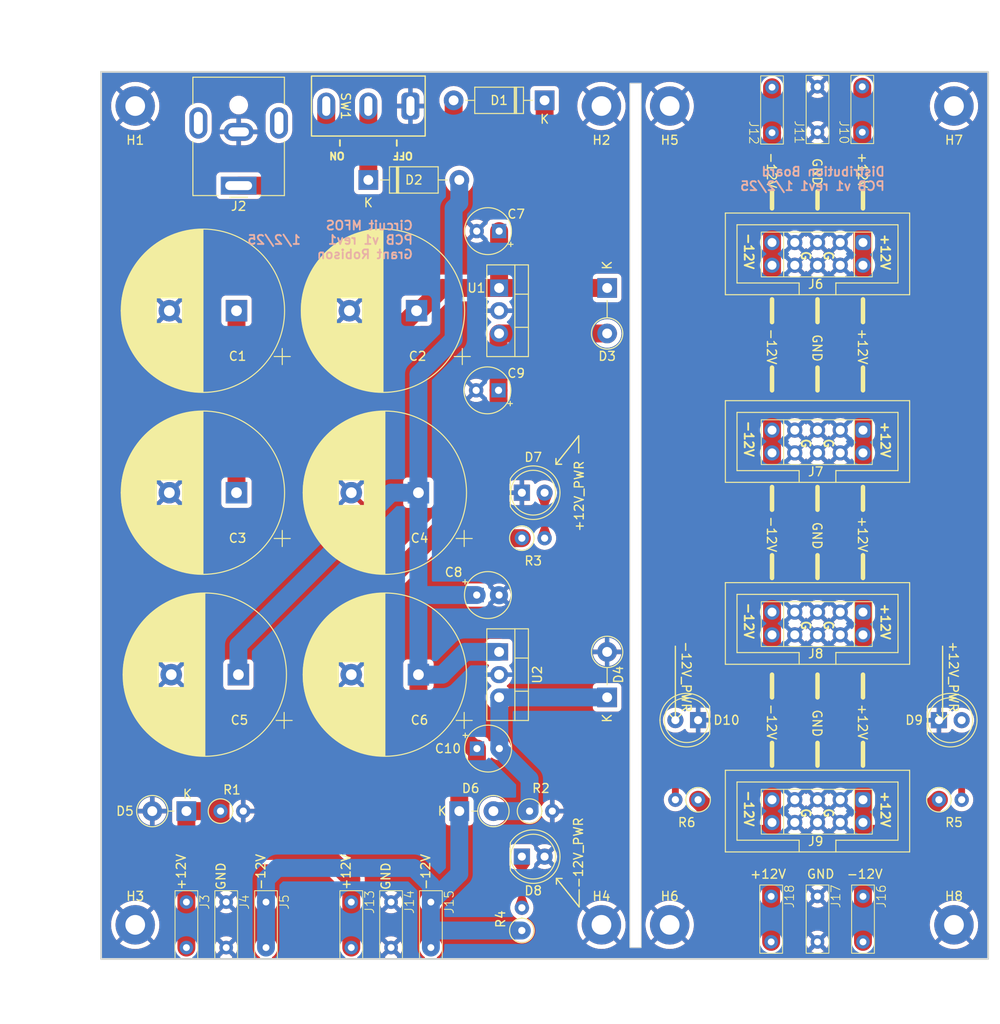
<source format=kicad_pcb>
(kicad_pcb (version 20221018) (generator pcbnew)
  (layers (0 "F.Cu" signal) (31 "B.Cu" signal) (34 "B.Paste" user) (35 "F.Paste" user) (36 "B.SilkS" user "B.Silkscreen") (37 "F.SilkS" user "F.Silkscreen") (38 "B.Mask" user) (39 "F.Mask" user) (44 "Edge.Cuts" user))
  (net 0 "")
  (net 1 "+12V_Unconditioned")
  (net 2 "-12V_Unconditioned")
  (net 3 "Net-(D4-K)")
  (net 4 "Net-(D1-A)")
  (net 5 "GND")
  (net 6 "+12VA")
  (net 7 "Net-(D7-A)")
  (net 8 "Net-(D8-K)")
  (net 9 "+12_Out")
  (net 10 "+12_In")
  (net 11 "-12_In")
  (net 12 "Net-(D9-A)")
  (net 13 "Net-(D10-A)")
  (footprint "Connector_BarrelJack:BarrelJack_CUI_PJ-063AH_Horizontal" (layer "F.Cu") (at 111.245 61.595 180)
    (fp_text reference "J2" (at 0 -2.3) (layer "F.SilkS"))
    (fp_text value "Screw_Terminal_01x02")
    (pad "" np_thru_hole circle (at 0 9 180) (size 1.6 1.6) (drill 1.6) (layers "*.Cu" "*.Mask"))
    (pad "1" thru_hole rect (at 0 0 180) (size 4 2) (drill oval 3 1) (layers "*.Cu" "*.Mask") (net 6 "+12VA"))
    (pad "2" thru_hole oval (at 0 6 180) (size 3.3 2) (drill oval 2.3 1) (layers "*.Cu" "*.Mask") (net 5 "GND"))
    (pad "MP" thru_hole oval (at -4.5 7 180) (size 2 3.5) (drill oval 1 2.5) (layers "*.Cu" "*.Mask"))
    (pad "MP" thru_hole oval (at 4.5 7 180) (size 2 3.5) (drill oval 1 2.5) (layers "*.Cu" "*.Mask"))
  )
  (footprint "My_Library:Spade Connector_Horizontal" (layer "F.Cu") (at 173.26 140.97 90)
    (fp_text reference "J18" (at 0 -0.5 90 unlocked) (layer "F.SilkS") (effects (font (thickness 0.1))))
    (fp_text value "Spade Terminal")
    (pad "1" thru_hole circle (at -5.08 -2.54 90) (size 1.524 1.524) (drill 0.762) (layers "*.Cu" "*.Mask") (net 11 "-12_In"))
    (pad "1" thru_hole circle (at 0 -2.54 90) (size 1.524 1.524) (drill 0.762) (layers "*.Cu" "*.Mask") (net 11 "-12_In"))
  )
  (footprint "Diode_THT:D_DO-41_SOD81_P5.08mm_Vertical_KathodeUp" (layer "F.Cu") (at 152.4 118.745 90)
    (fp_text reference "D4" (at 2.54 1.27 90) (layer "F.SilkS"))
    (fp_text value "1N4004")
    (fp_text user "K" (at -2.322182 0 90) (layer "F.SilkS"))
    (pad "1" thru_hole rect (at 0 0 90) (size 2.2 2.2) (drill 1.1) (layers "*.Cu" "*.Mask") (net 3 "Net-(D4-K)"))
    (pad "2" thru_hole oval (at 5.08 0 90) (size 2.2 2.2) (drill 1.1) (layers "*.Cu" "*.Mask") (net 5 "GND"))
  )
  (footprint "MountingHole:MountingHole_2.2mm_M2_Pad" (layer "F.Cu") (at 151.765 52.705)
    (fp_text reference "H2" (at 0 3.81) (layer "F.SilkS"))
    (fp_text value "MountingHole")
    (pad "1" thru_hole circle (at 0 0) (size 4.4 4.4) (drill 2.2) (layers "*.Cu" "*.Mask") (net 5 "GND"))
  )
  (footprint "My_Library:Eurorack Power (IDC p=2.54)_Text" (layer "F.Cu") (at 180.975 89.74 -90)
    (fp_text reference "J7" (at 3.81 5.28) (layer "F.SilkS"))
    (fp_text value "Conn_02x05_Odd_Even")
    (fp_text user "G" (at 0 4.445 -90 unlocked) (layer "F.SilkS") (effects (font (thickness 0.2) bold) (justify left bottom)))
    (fp_text user "+12V" (at -1.905 -1.905 -90 unlocked) (layer "F.SilkS") (effects (font (thickness 0.2) bold) (justify left bottom)))
    (fp_text user "-12V" (at -2 13.335 -90 unlocked) (layer "F.SilkS") (effects (font (thickness 0.2) bold) (justify left bottom)))
    (fp_text user "G" (at 0 6.985 -90 unlocked) (layer "F.SilkS") (effects (font (thickness 0.2) bold) (justify left bottom)))
    (pad "1" thru_hole roundrect (at -0.84 0 90) (size 1.7 1.7) (drill 1) (layers "*.Cu" "*.Mask") (net 10 "+12_In"))
    (pad "2" thru_hole circle (at 1.7 0 90) (size 1.7 1.7) (drill 1) (layers "*.Cu" "*.Mask") (net 10 "+12_In"))
    (pad "3" thru_hole circle (at -0.84 2.54 90) (size 1.7 1.7) (drill 1) (layers "*.Cu" "*.Mask") (net 5 "GND"))
    (pad "4" thru_hole circle (at 1.7 2.54 90) (size 1.7 1.7) (drill 1) (layers "*.Cu" "*.Mask") (net 5 "GND"))
    (pad "5" thru_hole circle (at -0.84 5.08 90) (size 1.7 1.7) (drill 1) (layers "*.Cu" "*.Mask") (net 5 "GND"))
    (pad "6" thru_hole circle (at 1.7 5.08 90) (size 1.7 1.7) (drill 1) (layers "*.Cu" "*.Mask") (net 5 "GND"))
    (pad "7" thru_hole circle (at -0.84 7.62 90) (size 1.7 1.7) (drill 1) (layers "*.Cu" "*.Mask") (net 5 "GND"))
    (pad "8" thru_hole circle (at 1.7 7.62 90) (size 1.7 1.7) (drill 1) (layers "*.Cu" "*.Mask") (net 5 "GND"))
    (pad "9" thru_hole circle (at -0.84 10.16 90) (size 1.7 1.7) (drill 1) (layers "*.Cu" "*.Mask") (net 11 "-12_In"))
    (pad "10" thru_hole circle (at 1.7 10.16 90) (size 1.7 1.7) (drill 1) (layers "*.Cu" "*.Mask") (net 11 "-12_In"))
  )
  (footprint "Resistor_THT:R_Axial_DIN0207_L6.3mm_D2.5mm_P2.54mm_Vertical" (layer "F.Cu") (at 189.455 130.175)
    (fp_text reference "R5" (at 1.68 2.54 180) (layer "F.SilkS"))
    (fp_text value "R680")
    (pad "1" thru_hole circle (at 0 0) (size 1.6 1.6) (drill 0.8) (layers "*.Cu" "*.Mask") (net 10 "+12_In"))
    (pad "2" thru_hole oval (at 2.54 0) (size 1.6 1.6) (drill 0.8) (layers "*.Cu" "*.Mask") (net 12 "Net-(D9-A)"))
  )
  (footprint "LED_THT:LED_D5.0mm" (layer "F.Cu") (at 162.56 121.285 180)
    (fp_text reference "D10" (at -3.175 0) (layer "F.SilkS"))
    (fp_text value "LED_BLUE")
    (pad "1" thru_hole rect (at 0 0 180) (size 1.8 1.8) (drill 0.9) (layers "*.Cu" "*.Mask") (net 5 "GND"))
    (pad "2" thru_hole circle (at 2.54 0 180) (size 1.8 1.8) (drill 0.9) (layers "*.Cu" "*.Mask") (net 13 "Net-(D10-A)"))
  )
  (footprint "My_Library:Spade Connector_Horizontal" (layer "F.Cu") (at 135.255 141.605 90)
    (fp_text reference "J15" (at 0 -0.5 90 unlocked) (layer "F.SilkS") (effects (font (thickness 0.1))))
    (fp_text value "Spade Terminal")
    (pad "1" thru_hole circle (at -5.08 -2.54 90) (size 1.524 1.524) (drill 0.762) (layers "*.Cu" "*.Mask") (net 2 "-12V_Unconditioned"))
    (pad "1" thru_hole circle (at 0 -2.54 90) (size 1.524 1.524) (drill 0.762) (layers "*.Cu" "*.Mask") (net 2 "-12V_Unconditioned"))
  )
  (footprint "Capacitor_THT:CP_Radial_Tantal_D5.0mm_P2.50mm" (layer "F.Cu") (at 137.835 107.315)
    (fp_text reference "C8" (at -2.58 -2.54) (layer "F.SilkS"))
    (fp_text value "1uF 35V")
    (pad "1" thru_hole rect (at 0 0) (size 1.6 1.6) (drill 0.8) (layers "*.Cu" "*.Mask") (net 2 "-12V_Unconditioned"))
    (pad "2" thru_hole circle (at 2.5 0) (size 1.6 1.6) (drill 0.8) (layers "*.Cu" "*.Mask") (net 5 "GND"))
  )
  (footprint "My_Library:Eurorack Power (IDC p=2.54)_Text" (layer "F.Cu") (at 180.975 68.785 -90)
    (fp_text reference "J6" (at 3.81 5.28 180) (layer "F.SilkS"))
    (fp_text value "Conn_02x05_Odd_Even")
    (fp_text user "-12V" (at -2 13.335 -90 unlocked) (layer "F.SilkS") (effects (font (thickness 0.2) bold) (justify left bottom)))
    (fp_text user "G" (at 0 6.985 -90 unlocked) (layer "F.SilkS") (effects (font (thickness 0.2) bold) (justify left bottom)))
    (fp_text user "+12V" (at -1.905 -1.905 -90 unlocked) (layer "F.SilkS") (effects (font (thickness 0.2) bold) (justify left bottom)))
    (fp_text user "G" (at 0 4.445 -90 unlocked) (layer "F.SilkS") (effects (font (thickness 0.2) bold) (justify left bottom)))
    (pad "1" thru_hole roundrect (at -0.84 0 90) (size 1.7 1.7) (drill 1) (layers "*.Cu" "*.Mask") (net 10 "+12_In"))
    (pad "2" thru_hole circle (at 1.7 0 90) (size 1.7 1.7) (drill 1) (layers "*.Cu" "*.Mask") (net 10 "+12_In"))
    (pad "3" thru_hole circle (at -0.84 2.54 90) (size 1.7 1.7) (drill 1) (layers "*.Cu" "*.Mask") (net 5 "GND"))
    (pad "4" thru_hole circle (at 1.7 2.54 90) (size 1.7 1.7) (drill 1) (layers "*.Cu" "*.Mask") (net 5 "GND"))
    (pad "5" thru_hole circle (at -0.84 5.08 90) (size 1.7 1.7) (drill 1) (layers "*.Cu" "*.Mask") (net 5 "GND"))
    (pad "6" thru_hole circle (at 1.7 5.08 90) (size 1.7 1.7) (drill 1) (layers "*.Cu" "*.Mask") (net 5 "GND"))
    (pad "7" thru_hole circle (at -0.84 7.62 90) (size 1.7 1.7) (drill 1) (layers "*.Cu" "*.Mask") (net 5 "GND"))
    (pad "8" thru_hole circle (at 1.7 7.62 90) (size 1.7 1.7) (drill 1) (layers "*.Cu" "*.Mask") (net 5 "GND"))
    (pad "9" thru_hole circle (at -0.84 10.16 90) (size 1.7 1.7) (drill 1) (layers "*.Cu" "*.Mask") (net 11 "-12_In"))
    (pad "10" thru_hole circle (at 1.7 10.16 90) (size 1.7 1.7) (drill 1) (layers "*.Cu" "*.Mask") (net 11 "-12_In"))
  )
  (footprint "Diode_THT:D_DO-41_SOD81_P3.81mm_Vertical_KathodeUp" (layer "F.Cu") (at 135.89 131.445)
    (fp_text reference "D6" (at 1.27 -2.54) (layer "F.SilkS"))
    (fp_text value "1N4004")
    (fp_text user "K" (at -1.905 0) (layer "F.SilkS"))
    (pad "1" thru_hole rect (at 0 0) (size 2.2 2.2) (drill 1.1) (layers "*.Cu" "*.Mask") (net 2 "-12V_Unconditioned"))
    (pad "2" thru_hole oval (at 3.81 0) (size 2.2 2.2) (drill 1.1) (layers "*.Cu" "*.Mask") (net 3 "Net-(D4-K)"))
  )
  (footprint "My_Library:Spade Connector_Horizontal" (layer "F.Cu") (at 178.435 140.97 90)
    (fp_text reference "J17" (at 0 -0.5 90 unlocked) (layer "F.SilkS") (effects (font (thickness 0.1))))
    (fp_text value "Spade Terminal")
    (pad "1" thru_hole circle (at -5.08 -2.54 90) (size 1.524 1.524) (drill 0.762) (layers "*.Cu" "*.Mask") (net 5 "GND"))
    (pad "1" thru_hole circle (at 0 -2.54 90) (size 1.524 1.524) (drill 0.762) (layers "*.Cu" "*.Mask") (net 5 "GND"))
  )
  (footprint "My_Library:Spade Connector_Horizontal" (layer "F.Cu") (at 116.84 141.605 90)
    (fp_text reference "J5" (at 0 -0.5 90 unlocked) (layer "F.SilkS") (effects (font (thickness 0.1))))
    (fp_text value "Spade Terminal")
    (pad "1" thru_hole circle (at -5.08 -2.54 90) (size 1.524 1.524) (drill 0.762) (layers "*.Cu" "*.Mask") (net 2 "-12V_Unconditioned"))
    (pad "1" thru_hole circle (at 0 -2.54 90) (size 1.524 1.524) (drill 0.762) (layers "*.Cu" "*.Mask") (net 2 "-12V_Unconditioned"))
  )
  (footprint "Capacitor_THT:CP_Radial_Tantal_D5.0mm_P2.50mm" (layer "F.Cu") (at 140.270113 84.455 180)
    (fp_text reference "C9" (at -1.969887 1.905) (layer "F.SilkS"))
    (fp_text value "1uF 35V")
    (pad "1" thru_hole rect (at 0 0 180) (size 1.6 1.6) (drill 0.8) (layers "*.Cu" "*.Mask") (net 9 "+12_Out"))
    (pad "2" thru_hole circle (at 2.5 0 180) (size 1.6 1.6) (drill 0.8) (layers "*.Cu" "*.Mask") (net 5 "GND"))
  )
  (footprint "Capacitor_THT:CP_Radial_D18.0mm_P7.50mm" (layer "F.Cu") (at 111.005 75.565 180)
    (fp_text reference "C1" (at -0.12 -5.08) (layer "F.SilkS"))
    (fp_text value "3300uF 35V")
    (pad "1" thru_hole rect (at 0 0 180) (size 2.4 2.4) (drill 1.2) (layers "*.Cu" "*.Mask") (net 1 "+12V_Unconditioned"))
    (pad "2" thru_hole circle (at 7.5 0 180) (size 2.4 2.4) (drill 1.2) (layers "*.Cu" "*.Mask") (net 5 "GND"))
  )
  (footprint "Resistor_THT:R_Axial_DIN0207_L6.3mm_D2.5mm_P2.54mm_Vertical" (layer "F.Cu") (at 142.875 144.78 90)
    (fp_text reference "R4" (at 1.27 -2.37 90) (layer "F.SilkS"))
    (fp_text value "R680")
    (pad "1" thru_hole circle (at 0 0 90) (size 1.6 1.6) (drill 0.8) (layers "*.Cu" "*.Mask") (net 2 "-12V_Unconditioned"))
    (pad "2" thru_hole oval (at 2.54 0 90) (size 1.6 1.6) (drill 0.8) (layers "*.Cu" "*.Mask") (net 8 "Net-(D8-K)"))
  )
  (footprint "MountingHole:MountingHole_2.2mm_M2_Pad" (layer "F.Cu") (at 159.385 144.145)
    (fp_text reference "H6" (at 0 -3.2) (layer "F.SilkS"))
    (fp_text value "MountingHole")
    (pad "1" thru_hole circle (at 0 0) (size 4.4 4.4) (drill 2.2) (layers "*.Cu" "*.Mask") (net 5 "GND"))
  )
  (footprint "MountingHole:MountingHole_2.2mm_M2_Pad" (layer "F.Cu") (at 99.695 144.145)
    (fp_text reference "H3" (at 0 -3.2) (layer "F.SilkS"))
    (fp_text value "MountingHole")
    (pad "1" thru_hole circle (at 0 0) (size 4.4 4.4) (drill 2.2) (layers "*.Cu" "*.Mask") (net 5 "GND"))
  )
  (footprint "My_Library:Spade Connector_Horizontal" (layer "F.Cu") (at 130.81 141.605 90)
    (fp_text reference "J14" (at 0 -0.5 90 unlocked) (layer "F.SilkS") (effects (font (thickness 0.1))))
    (fp_text value "Spade Terminal")
    (pad "1" thru_hole circle (at -5.08 -2.54 90) (size 1.524 1.524) (drill 0.762) (layers "*.Cu" "*.Mask") (net 5 "GND"))
    (pad "1" thru_hole circle (at 0 -2.54 90) (size 1.524 1.524) (drill 0.762) (layers "*.Cu" "*.Mask") (net 5 "GND"))
  )
  (footprint "Diode_THT:D_DO-41_SOD81_P10.16mm_Horizontal" (layer "F.Cu") (at 125.73 60.96)
    (fp_text reference "D2" (at 5.08 0) (layer "F.SilkS"))
    (fp_text value "1N4004")
    (fp_text user "K" (at 0 2.54) (layer "F.SilkS"))
    (pad "1" thru_hole rect (at 0 0) (size 2.2 2.2) (drill 1.1) (layers "*.Cu" "*.Mask") (net 4 "Net-(D1-A)"))
    (pad "2" thru_hole oval (at 10.16 0) (size 2.2 2.2) (drill 1.1) (layers "*.Cu" "*.Mask") (net 2 "-12V_Unconditioned"))
  )
  (footprint "My_Library:Eurorack Power (IDC p=2.54)_Text" (layer "F.Cu") (at 180.975 131.015 -90)
    (fp_text reference "J9" (at 3.81 5.28) (layer "F.SilkS"))
    (fp_text value "Conn_02x05_Odd_Even")
    (fp_text user "G" (at 0 4.445 -90 unlocked) (layer "F.SilkS") (effects (font (thickness 0.2) bold) (justify left bottom)))
    (fp_text user "+12V" (at -1.905 -1.905 -90 unlocked) (layer "F.SilkS") (effects (font (thickness 0.2) bold) (justify left bottom)))
    (fp_text user "G" (at 0 6.985 -90 unlocked) (layer "F.SilkS") (effects (font (thickness 0.2) bold) (justify left bottom)))
    (fp_text user "-12V" (at -2 13.335 -90 unlocked) (layer "F.SilkS") (effects (font (thickness 0.2) bold) (justify left bottom)))
    (pad "1" thru_hole roundrect (at -0.84 0 90) (size 1.7 1.7) (drill 1) (layers "*.Cu" "*.Mask") (net 10 "+12_In"))
    (pad "2" thru_hole circle (at 1.7 0 90) (size 1.7 1.7) (drill 1) (layers "*.Cu" "*.Mask") (net 10 "+12_In"))
    (pad "3" thru_hole circle (at -0.84 2.54 90) (size 1.7 1.7) (drill 1) (layers "*.Cu" "*.Mask") (net 5 "GND"))
    (pad "4" thru_hole circle (at 1.7 2.54 90) (size 1.7 1.7) (drill 1) (layers "*.Cu" "*.Mask") (net 5 "GND"))
    (pad "5" thru_hole circle (at -0.84 5.08 90) (size 1.7 1.7) (drill 1) (layers "*.Cu" "*.Mask") (net 5 "GND"))
    (pad "6" thru_hole circle (at 1.7 5.08 90) (size 1.7 1.7) (drill 1) (layers "*.Cu" "*.Mask") (net 5 "GND"))
    (pad "7" thru_hole circle (at -0.84 7.62 90) (size 1.7 1.7) (drill 1) (layers "*.Cu" "*.Mask") (net 5 "GND"))
    (pad "8" thru_hole circle (at 1.7 7.62 90) (size 1.7 1.7) (drill 1) (layers "*.Cu" "*.Mask") (net 5 "GND"))
    (pad "9" thru_hole circle (at -0.84 10.16 90) (size 1.7 1.7) (drill 1) (layers "*.Cu" "*.Mask") (net 11 "-12_In"))
    (pad "10" thru_hole circle (at 1.7 10.16 90) (size 1.7 1.7) (drill 1) (layers "*.Cu" "*.Mask") (net 11 "-12_In"))
  )
  (footprint "My_Library:Slide Switch A-3698" (layer "F.Cu") (at 125.73 46.705 180)
    (fp_text reference "SW1" (at 2.54 -6 270 unlocked) (layer "F.SilkS"))
    (fp_text value "SW_DIP_x01")
    (pad "1" thru_hole roundrect (at -4.7 -6 180) (size 2 3) (drill oval 0.9 2.2) (layers "*.Cu" "*.Mask") (net 5 "GND"))
    (pad "2" thru_hole oval (at 0 -6 180) (size 2 3) (drill oval 0.9 2.2) (layers "*.Cu" "*.Mask") (net 4 "Net-(D1-A)"))
    (pad "3" thru_hole oval (at 4.7 -6 180) (size 2 3) (drill oval 0.9 2.2) (layers "*.Cu" "*.Mask") (net 6 "+12VA"))
  )
  (footprint "Package_TO_SOT_THT:TO-220-3_Vertical" (layer "F.Cu") (at 140.335 73.025 -90)
    (fp_text reference "U1" (at 0 2.54 -180) (layer "F.SilkS"))
    (fp_text value "LM7812_TO220")
    (pad "1" thru_hole rect (at 0 0 270) (size 1.905 2) (drill 1.1) (layers "*.Cu" "*.Mask") (net 1 "+12V_Unconditioned"))
    (pad "2" thru_hole oval (at 2.54 0 270) (size 1.905 2) (drill 1.1) (layers "*.Cu" "*.Mask") (net 5 "GND"))
    (pad "3" thru_hole oval (at 5.08 0 270) (size 1.905 2) (drill 1.1) (layers "*.Cu" "*.Mask") (net 9 "+12_Out"))
  )
  (footprint "MountingHole:MountingHole_2.2mm_M2_Pad" (layer "F.Cu") (at 99.695 52.705)
    (fp_text reference "H1" (at 0 3.81) (layer "F.SilkS"))
    (fp_text value "MountingHole")
    (pad "1" thru_hole circle (at 0 0) (size 4.4 4.4) (drill 2.2) (layers "*.Cu" "*.Mask") (net 5 "GND"))
  )
  (footprint "My_Library:Spade Connector_Horizontal" (layer "F.Cu") (at 126.365 141.605 90)
    (fp_text reference "J13" (at 0 -0.5 90 unlocked) (layer "F.SilkS") (effects (font (thickness 0.1))))
    (fp_text value "Spade Terminal")
    (pad "1" thru_hole circle (at -5.08 -2.54 90) (size 1.524 1.524) (drill 0.762) (layers "*.Cu" "*.Mask") (net 9 "+12_Out"))
    (pad "1" thru_hole circle (at 0 -2.54 90) (size 1.524 1.524) (drill 0.762) (layers "*.Cu" "*.Mask") (net 9 "+12_Out"))
  )
  (footprint "Capacitor_THT:CP_Radial_Tantal_D5.0mm_P2.50mm" (layer "F.Cu") (at 140.335 66.675 180)
    (fp_text reference "C7" (at -1.905 1.905) (layer "F.SilkS"))
    (fp_text value "1uF 35V")
    (pad "1" thru_hole rect (at 0 0 180) (size 1.6 1.6) (drill 0.8) (layers "*.Cu" "*.Mask") (net 1 "+12V_Unconditioned"))
    (pad "2" thru_hole circle (at 2.5 0 180) (size 1.6 1.6) (drill 0.8) (layers "*.Cu" "*.Mask") (net 5 "GND"))
  )
  (footprint "Resistor_THT:R_Axial_DIN0207_L6.3mm_D2.5mm_P2.54mm_Vertical" (layer "F.Cu") (at 143.735 131.445)
    (fp_text reference "R2" (at 1.27 -2.54) (layer "F.SilkS"))
    (fp_text value "2.4K")
    (pad "1" thru_hole circle (at 0 0) (size 1.6 1.6) (drill 0.8) (layers "*.Cu" "*.Mask") (net 3 "Net-(D4-K)"))
    (pad "2" thru_hole oval (at 2.54 0) (size 1.6 1.6) (drill 0.8) (layers "*.Cu" "*.Mask") (net 5 "GND"))
  )
  (footprint "Capacitor_THT:CP_Radial_D18.0mm_P7.50mm" (layer "F.Cu") (at 131.11278 75.565 180)
    (fp_text reference "C2" (at -0.12 -5.08) (layer "F.SilkS"))
    (fp_text value "3300uF 35V")
    (pad "1" thru_hole rect (at 0 0 180) (size 2.4 2.4) (drill 1.2) (layers "*.Cu" "*.Mask") (net 2 "-12V_Unconditioned"))
    (pad "2" thru_hole circle (at 7.5 0 180) (size 2.4 2.4) (drill 1.2) (layers "*.Cu" "*.Mask") (net 5 "GND"))
  )
  (footprint "MountingHole:MountingHole_2.2mm_M2_Pad" (layer "F.Cu") (at 151.765 144.145)
    (fp_text reference "H4" (at 0 -3.2) (layer "F.SilkS"))
    (fp_text value "MountingHole")
    (pad "1" thru_hole circle (at 0 0) (size 4.4 4.4) (drill 2.2) (layers "*.Cu" "*.Mask") (net 5 "GND"))
  )
  (footprint "Resistor_THT:R_Axial_DIN0207_L6.3mm_D2.5mm_P2.54mm_Vertical" (layer "F.Cu") (at 109.22 131.445)
    (fp_text reference "R1" (at 1.27 -2.37) (layer "F.SilkS"))
    (fp_text value "2.4K")
    (pad "1" thru_hole circle (at 0 0) (size 1.6 1.6) (drill 0.8) (layers "*.Cu" "*.Mask") (net 9 "+12_Out"))
    (pad "2" thru_hole oval (at 2.54 0) (size 1.6 1.6) (drill 0.8) (layers "*.Cu" "*.Mask") (net 5 "GND"))
  )
  (footprint "MountingHole:MountingHole_2.2mm_M2_Pad" (layer "F.Cu") (at 191.135 144.145)
    (fp_text reference "H8" (at 0 -3.2) (layer "F.SilkS"))
    (fp_text value "MountingHole")
    (pad "1" thru_hole circle (at 0 0) (size 4.4 4.4) (drill 2.2) (layers "*.Cu" "*.Mask") (net 5 "GND"))
  )
  (footprint "Resistor_THT:R_Axial_DIN0207_L6.3mm_D2.5mm_P2.54mm_Vertical" (layer "F.Cu") (at 142.875 100.965)
    (fp_text reference "R3" (at 1.27 2.54) (layer "F.SilkS"))
    (fp_text value "R680")
    (pad "1" thru_hole circle (at 0 0) (size 1.6 1.6) (drill 0.8) (layers "*.Cu" "*.Mask") (net 9 "+12_Out"))
    (pad "2" thru_hole oval (at 2.54 0) (size 1.6 1.6) (drill 0.8) (layers "*.Cu" "*.Mask") (net 7 "Net-(D7-A)"))
  )
  (footprint "LED_THT:LED_D5.0mm" (layer "F.Cu") (at 189.453121 121.290625)
    (fp_text reference "D9" (at -2.763121 -0.005625) (layer "F.SilkS"))
    (fp_text value "LED_RED")
    (pad "1" thru_hole rect (at 0 0) (size 1.8 1.8) (drill 0.9) (layers "*.Cu" "*.Mask") (net 5 "GND"))
    (pad "2" thru_hole circle (at 2.54 0) (size 1.8 1.8) (drill 0.9) (layers "*.Cu" "*.Mask") (net 12 "Net-(D9-A)"))
  )
  (footprint "Capacitor_THT:CP_Radial_D18.0mm_P7.50mm" (layer "F.Cu") (at 111.21722 116.205 180)
    (fp_text reference "C5" (at -0.12 -5.08) (layer "F.SilkS"))
    (fp_text value "3300uF 35V")
    (pad "1" thru_hole rect (at 0 0 180) (size 2.4 2.4) (drill 1.2) (layers "*.Cu" "*.Mask") (net 1 "+12V_Unconditioned"))
    (pad "2" thru_hole circle (at 7.5 0 180) (size 2.4 2.4) (drill 1.2) (layers "*.Cu" "*.Mask") (net 5 "GND"))
  )
  (footprint "Diode_THT:D_DO-41_SOD81_P3.81mm_Vertical_KathodeUp" (layer "F.Cu") (at 105.41 131.445 180)
    (fp_text reference "D5" (at 6.865 0) (layer "F.SilkS"))
    (fp_text value "1N4004")
    (fp_text user "K" (at -0.12 1.905) (layer "F.SilkS"))
    (pad "1" thru_hole rect (at 0 0 180) (size 2.2 2.2) (drill 1.1) (layers "*.Cu" "*.Mask") (net 9 "+12_Out"))
    (pad "2" thru_hole oval (at 3.81 0 180) (size 2.2 2.2) (drill 1.1) (layers "*.Cu" "*.Mask") (net 5 "GND"))
  )
  (footprint "Diode_THT:D_DO-41_SOD81_P10.16mm_Horizontal" (layer "F.Cu") (at 145.415 52.07 180)
    (fp_text reference "D1" (at 5.08 0) (layer "F.SilkS"))
    (fp_text value "1N4004")
    (fp_text user "K" (at 0 -2.1) (layer "F.SilkS"))
    (pad "1" thru_hole rect (at 0 0 180) (size 2.2 2.2) (drill 1.1) (layers "*.Cu" "*.Mask") (net 1 "+12V_Unconditioned"))
    (pad "2" thru_hole oval (at 10.16 0 180) (size 2.2 2.2) (drill 1.1) (layers "*.Cu" "*.Mask") (net 4 "Net-(D1-A)"))
  )
  (footprint "Capacitor_THT:CP_Radial_D18.0mm_P7.50mm" (layer "F.Cu") (at 131.325 116.205 180)
    (fp_text reference "C6" (at -0.12 -5.08) (layer "F.SilkS"))
    (fp_text value "3300uF 35V")
    (pad "1" thru_hole rect (at 0 0 180) (size 2.4 2.4) (drill 1.2) (layers "*.Cu" "*.Mask") (net 2 "-12V_Unconditioned"))
    (pad "2" thru_hole circle (at 7.5 0 180) (size 2.4 2.4) (drill 1.2) (layers "*.Cu" "*.Mask") (net 5 "GND"))
  )
  (footprint "My_Library:Spade Connector_Horizontal" (layer "F.Cu") (at 178.355 55.63 -90)
    (fp_text reference "J10" (at 0 -0.5 -90 unlocked) (layer "F.SilkS") (effects (font (thickness 0.1))))
    (fp_text value "Spade Terminal")
    (pad "1" thru_hole circle (at -5.08 -2.54 270) (size 1.524 1.524) (drill 0.762) (layers "*.Cu" "*.Mask") (net 10 "+12_In"))
    (pad "1" thru_hole circle (at 0 -2.54 270) (size 1.524 1.524) (drill 0.762) (layers "*.Cu" "*.Mask") (net 10 "+12_In"))
  )
  (footprint "Capacitor_THT:CP_Radial_D18.0mm_P7.50mm" (layer "F.Cu") (at 131.325 95.885 180)
    (fp_text reference "C4" (at -0.12 -5.08) (layer "F.SilkS"))
    (fp_text value "3300uF 35V")
    (pad "1" thru_hole rect (at 0 0 180) (size 2.4 2.4) (drill 1.2) (layers "*.Cu" "*.Mask") (net 2 "-12V_Unconditioned"))
    (pad "2" thru_hole circle (at 7.5 0 180) (size 2.4 2.4) (drill 1.2) (layers "*.Cu" "*.Mask") (net 5 "GND"))
  )
  (footprint "LED_THT:LED_D5.0mm" (layer "F.Cu") (at 142.875 136.525)
    (fp_text reference "D8" (at 1.27 3.81) (layer "F.SilkS"))
    (fp_text value "LED_BLUE")
    (pad "1" thru_hole rect (at 0 0) (size 1.8 1.8) (drill 0.9) (layers "*.Cu" "*.Mask") (net 8 "Net-(D8-K)"))
    (pad "2" thru_hole circle (at 2.54 0) (size 1.8 1.8) (drill 0.9) (layers "*.Cu" "*.Mask") (net 5 "GND"))
  )
  (footprint "Capacitor_THT:CP_Radial_D18.0mm_P7.50mm" (layer "F.Cu") (at 111.005 95.885 180)
    (fp_text reference "C3" (at -0.12 -5.08) (layer "F.SilkS"))
    (fp_text value "3300uF 35V")
    (pad "1" thru_hole rect (at 0 0 180) (size 2.4 2.4) (drill 1.2) (layers "*.Cu" "*.Mask") (net 1 "+12V_Unconditioned"))
    (pad "2" thru_hole circle (at 7.5 0 180) (size 2.4 2.4) (drill 1.2) (layers "*.Cu" "*.Mask") (net 5 "GND"))
  )
  (footprint "My_Library:Eurorack Power (IDC p=2.54)_Text" (layer "F.Cu") (at 180.975 110.06 -90)
    (fp_text reference "J8" (at 3.81 5.28) (layer "F.SilkS"))
    (fp_text value "Conn_02x05_Odd_Even")
    (fp_text user "G" (at 0 4.445 -90 unlocked) (layer "F.SilkS") (effects (font (thickness 0.2) bold) (justify left bottom)))
    (fp_text user "+12V" (at -1.905 -1.905 -90 unlocked) (layer "F.SilkS") (effects (font (thickness 0.2) bold) (justify left bottom)))
    (fp_text user "-12V" (at -2 13.335 -90 unlocked) (layer "F.SilkS") (effects (font (thickness 0.2) bold) (justify left bottom)))
    (fp_text user "G" (at 0 6.985 -90 unlocked) (layer "F.SilkS") (effects (font (thickness 0.2) bold) (justify left bottom)))
    (pad "1" thru_hole roundrect (at -0.84 0 90) (size 1.7 1.7) (drill 1) (layers "*.Cu" "*.Mask") (net 10 "+12_In"))
    (pad "2" thru_hole circle (at 1.7 0 90) (size 1.7 1.7) (drill 1) (layers "*.Cu" "*.Mask") (net 10 "+12_In"))
    (pad "3" thru_hole circle (at -0.84 2.54 90) (size 1.7 1.7) (drill 1) (layers "*.Cu" "*.Mask") (net 5 "GND"))
    (pad "4" thru_hole circle (at 1.7 2.54 90) (size 1.7 1.7) (drill 1) (layers "*.Cu" "*.Mask") (net 5 "GND"))
    (pad "5" thru_hole circle (at -0.84 5.08 90) (size 1.7 1.7) (drill 1) (layers "*.Cu" "*.Mask") (net 5 "GND"))
    (pad "6" thru_hole circle (at 1.7 5.08 90) (size 1.7 1.7) (drill 1) (layers "*.Cu" "*.Mask") (net 5 "GND"))
    (pad "7" thru_hole circle (at -0.84 7.62 90) (size 1.7 1.7) (drill 1) (layers "*.Cu" "*.Mask") (net 5 "GND"))
    (pad "8" thru_hole circle (at 1.7 7.62 90) (size 1.7 1.7) (drill 1) (layers "*.Cu" "*.Mask") (net 5 "GND"))
    (pad "9" thru_hole circle (at -0.84 10.16 90) (size 1.7 1.7) (drill 1) (layers "*.Cu" "*.Mask") (net 11 "-12_In"))
    (pad "10" thru_hole circle (at 1.7 10.16 90) (size 1.7 1.7) (drill 1) (layers "*.Cu" "*.Mask") (net 11 "-12_In"))
  )
  (footprint "Capacitor_THT:CP_Radial_Tantal_D5.0mm_P2.50mm" (layer "F.Cu") (at 137.859888 124.46)
    (fp_text reference "C10" (at -3.239888 0) (layer "F.SilkS"))
    (fp_text value "1uF 35V")
    (pad "1" thru_hole rect (at 0 0) (size 1.6 1.6) (drill 0.8) (layers "*.Cu" "*.Mask") (net 2 "-12V_Unconditioned"))
    (pad "2" thru_hole circle (at 2.5 0) (size 1.6 1.6) (drill 0.8) (layers "*.Cu" "*.Mask") (net 3 "Net-(D4-K)"))
  )
  (footprint "My_Library:Spade Connector_Horizontal" (layer "F.Cu") (at 107.95 141.605 90)
    (fp_text reference "J3" (at 0 -0.5 90 unlocked) (layer "F.SilkS") (effects (font (thickness 0.1))))
    (fp_text value "Spade Terminal")
    (pad "1" thru_hole circle (at -5.08 -2.54 90) (size 1.524 1.524) (drill 0.762) (layers "*.Cu" "*.Mask") (net 9 "+12_Out"))
    (pad "1" thru_hole circle (at 0 -2.54 90) (size 1.524 1.524) (drill 0.762) (layers "*.Cu" "*.Mask") (net 9 "+12_Out"))
  )
  (footprint "MountingHole:MountingHole_2.2mm_M2_Pad" (layer "F.Cu") (at 159.385 52.705)
    (fp_text reference "H5" (at 0 3.81) (layer "F.SilkS"))
    (fp_text value "MountingHole")
    (pad "1" thru_hole circle (at 0 0) (size 4.4 4.4) (drill 2.2) (layers "*.Cu" "*.Mask") (net 5 "GND"))
  )
  (footprint "My_Library:Spade Connector_Horizontal" (layer "F.Cu") (at 173.355 55.63 -90)
    (fp_text reference "J11" (at 0 -0.5 -90 unlocked) (layer "F.SilkS") (effects (font (thickness 0.1))))
    (fp_text value "Spade Terminal")
    (pad "1" thru_hole circle (at -5.08 -2.54 270) (size 1.524 1.524) (drill 0.762) (layers "*.Cu" "*.Mask") (net 5 "GND"))
    (pad "1" thru_hole circle (at 0 -2.54 270) (size 1.524 1.524) (drill 0.762) (layers "*.Cu" "*.Mask") (net 5 "GND"))
  )
  (footprint "LED_THT:LED_D5.0mm" (layer "F.Cu") (at 142.875 95.885)
    (fp_text reference "D7" (at 1.27 -3.96) (layer "F.SilkS"))
    (fp_text value "LED_RED")
    (pad "1" thru_hole rect (at 0 0) (size 1.8 1.8) (drill 0.9) (layers "*.Cu" "*.Mask") (net 5 "GND"))
    (pad "2" thru_hole circle (at 2.54 0) (size 1.8 1.8) (drill 0.9) (layers "*.Cu" "*.Mask") (net 7 "Net-(D7-A)"))
  )
  (footprint "Diode_THT:D_DO-41_SOD81_P5.08mm_Vertical_KathodeUp" (layer "F.Cu") (at 152.4 73.025 -90)
    (fp_text reference "D3" (at 7.62 0) (layer "F.SilkS"))
    (fp_text value "1N4004")
    (fp_text user "K" (at -2.54 0 -90) (layer "F.SilkS"))
    (pad "1" thru_hole rect (at 0 0 270) (size 2.2 2.2) (drill 1.1) (layers "*.Cu" "*.Mask") (net 1 "+12V_Unconditioned"))
    (pad "2" thru_hole oval (at 5.08 0 270) (size 2.2 2.2) (drill 1.1) (layers "*.Cu" "*.Mask") (net 9 "+12_Out"))
  )
  (footprint "My_Library:Spade Connector_Horizontal" (layer "F.Cu") (at 168.275 55.685 -90)
    (fp_text reference "J12" (at 0 -0.5 -90 unlocked) (layer "F.SilkS") (effects (font (thickness 0.1))))
    (fp_text value "Spade Terminal")
    (pad "1" thru_hole circle (at -5.08 -2.54 270) (size 1.524 1.524) (drill 0.762) (layers "*.Cu" "*.Mask") (net 11 "-12_In"))
    (pad "1" thru_hole circle (at 0 -2.54 270) (size 1.524 1.524) (drill 0.762) (layers "*.Cu" "*.Mask") (net 11 "-12_In"))
  )
  (footprint "Resistor_THT:R_Axial_DIN0207_L6.3mm_D2.5mm_P2.54mm_Vertical" (layer "F.Cu") (at 162.56 130.175 180)
    (fp_text reference "R6" (at 1.27 -2.54 180) (layer "F.SilkS"))
    (fp_text value "R680")
    (pad "1" thru_hole circle (at 0 0 180) (size 1.6 1.6) (drill 0.8) (layers "*.Cu" "*.Mask") (net 11 "-12_In"))
    (pad "2" thru_hole oval (at 2.54 0 180) (size 1.6 1.6) (drill 0.8) (layers "*.Cu" "*.Mask") (net 13 "Net-(D10-A)"))
  )
  (footprint "Package_TO_SOT_THT:TO-220-3_Vertical" (layer "F.Cu") (at 140.335 113.665 -90)
    (fp_text reference "U2" (at 2.54 -4.27 -270) (layer "F.SilkS"))
    (fp_text value "LM7912_TO220")
    (pad "1" thru_hole rect (at 0 0 270) (size 1.905 2) (drill 1.1) (layers "*.Cu" "*.Mask") (net 2 "-12V_Unconditioned"))
    (pad "2" thru_hole oval (at 2.54 0 270) (size 1.905 2) (drill 1.1) (layers "*.Cu" "*.Mask") (net 5 "GND"))
    (pad "3" thru_hole oval (at 5.08 0 270) (size 1.905 2) (drill 1.1) (layers "*.Cu" "*.Mask") (net 3 "Net-(D4-K)"))
  )
  (footprint "My_Library:Spade Connector_Horizontal" (layer "F.Cu") (at 112.395 141.605 90)
    (fp_text reference "J4" (at 0 -0.5 90 unlocked) (layer "F.SilkS") (effects (font (thickness 0.1))))
    (fp_text value "Spade Terminal")
    (pad "1" thru_hole circle (at -5.08 -2.54 90) (size 1.524 1.524) (drill 0.762) (layers "*.Cu" "*.Mask") (net 5 "GND"))
    (pad "1" thru_hole circle (at 0 -2.54 90) (size 1.524 1.524) (drill 0.762) (layers "*.Cu" "*.Mask") (net 5 "GND"))
  )
  (footprint "My_Library:Spade Connector_Horizontal" (layer "F.Cu") (at 183.515 140.97 90)
    (fp_text reference "J16" (at 0 -0.5 90 unlocked) (layer "F.SilkS") (effects (font (thickness 0.1))))
    (fp_text value "Spade Terminal")
    (pad "1" thru_hole circle (at -5.08 -2.54 90) (size 1.524 1.524) (drill 0.762) (layers "*.Cu" "*.Mask") (net 10 "+12_In"))
    (pad "1" thru_hole circle (at 0 -2.54 90) (size 1.524 1.524) (drill 0.762) (layers "*.Cu" "*.Mask") (net 10 "+12_In"))
  )
  (footprint "MountingHole:MountingHole_2.2mm_M2_Pad" (layer "F.Cu") (at 191.135 52.705)
    (fp_text reference "H7" (at 0 3.81) (layer "F.SilkS"))
    (fp_text value "MountingHole")
    (pad "1" thru_hole circle (at 0 0) (size 4.4 4.4) (drill 2.2) (layers "*.Cu" "*.Mask") (net 5 "GND"))
  )
  (gr_line (start 180.975 76.835) (end 180.975 74.295) (stroke (width 0.5)) (layer "F.SilkS"))
  (gr_line (start 170.815 118.745) (end 170.815 116.205) (stroke (width 0.5)) (layer "F.SilkS"))
  (gr_line (start 189.865 121.285) (end 190.5 120.65) (stroke (width 0.15)) (layer "F.SilkS"))
  (gr_line (start 180.975 118.745) (end 180.975 116.205) (stroke (width 0.5)) (layer "F.SilkS"))
  (gr_line (start 170.815 126.365) (end 170.815 123.825) (stroke (width 0.5)) (layer "F.SilkS"))
  (gr_line (start 175.895 97.79) (end 175.895 95.25) (stroke (width 0.5)) (layer "F.SilkS"))
  (gr_line (start 146.735224 138.966318) (end 146.735224 139.601318) (stroke (width 0.15)) (layer "F.SilkS"))
  (gr_line (start 175.895 118.745) (end 175.895 116.205) (stroke (width 0.5)) (layer "F.SilkS"))
  (gr_line (start 146.685 92.71) (end 146.685 92.075) (stroke (width 0.15)) (layer "F.SilkS"))
  (gr_line (start 180.975 126.365) (end 180.975 123.825) (stroke (width 0.5)) (layer "F.SilkS"))
  (gr_line (start 175.895 126.365) (end 175.895 123.825) (stroke (width 0.5)) (layer "F.SilkS"))
  (gr_line (start 175.895 64.135) (end 175.895 62.23) (stroke (width 0.5)) (layer "F.SilkS"))
  (gr_line (start 170.815 105.41) (end 170.815 102.87) (stroke (width 0.5)) (layer "F.SilkS"))
  (gr_line (start 149.225 91.44) (end 149.225 89.535) (stroke (width 0.15)) (layer "F.SilkS"))
  (gr_line (start 180.975 64.135) (end 180.975 62.23) (stroke (width 0.5)) (layer "F.SilkS"))
  (gr_line (start 175.895 105.41) (end 175.895 102.87) (stroke (width 0.5)) (layer "F.SilkS"))
  (gr_line (start 146.685 92.71) (end 147.32 92.71) (stroke (width 0.15)) (layer "F.SilkS"))
  (gr_line (start 160.02 121.285) (end 160.655 120.65) (stroke (width 0.15)) (layer "F.SilkS"))
  (gr_line (start 146.735224 138.966318) (end 147.370224 138.966318) (stroke (width 0.15)) (layer "F.SilkS"))
  (gr_line (start 149.275224 142.141318) (end 146.735224 138.966318) (stroke (width 0.15)) (layer "F.SilkS"))
  (gr_line (start 189.865 121.285) (end 189.23 120.65) (stroke (width 0.15)) (layer "F.SilkS"))
  (gr_line (start 160.02 121.285) (end 159.385 120.65) (stroke (width 0.15)) (layer "F.SilkS"))
  (gr_line (start 175.895 84.455) (end 175.895 81.915) (stroke (width 0.5)) (layer "F.SilkS"))
  (gr_line (start 180.975 105.41) (end 180.975 102.87) (stroke (width 0.5)) (layer "F.SilkS"))
  (gr_line (start 170.815 84.455) (end 170.815 81.915) (stroke (width 0.5)) (layer "F.SilkS"))
  (gr_line (start 149.225 89.535) (end 146.685 92.71) (stroke (width 0.15)) (layer "F.SilkS"))
  (gr_line (start 128.905 56.515) (end 128.905 57.15) (stroke (width 0.2)) (layer "F.SilkS"))
  (gr_line (start 170.815 76.835) (end 170.815 74.295) (stroke (width 0.5)) (layer "F.SilkS"))
  (gr_line (start 175.895 76.835) (end 175.895 74.295) (stroke (width 0.5)) (layer "F.SilkS"))
  (gr_line (start 149.275224 140.236318) (end 149.275224 142.141318) (stroke (width 0.15)) (layer "F.SilkS"))
  (gr_line (start 170.815 97.79) (end 170.815 95.25) (stroke (width 0.5)) (layer "F.SilkS"))
  (gr_line (start 160.02 113.03) (end 160.02 121.285) (stroke (width 0.15)) (layer "F.SilkS"))
  (gr_line (start 180.975 97.79) (end 180.975 95.25) (stroke (width 0.5)) (layer "F.SilkS"))
  (gr_line (start 122.555 56.515) (end 122.555 57.15) (stroke (width 0.2)) (layer "F.SilkS"))
  (gr_line (start 189.865 113.03) (end 189.865 121.285) (stroke (width 0.15)) (layer "F.SilkS"))
  (gr_line (start 170.815 64.135) (end 170.815 62.23) (stroke (width 0.5)) (layer "F.SilkS"))
  (gr_line (start 180.975 84.455) (end 180.975 81.915) (stroke (width 0.5)) (layer "F.SilkS"))
  (gr_rect (start 154.94 50.165) (end 156.21 146.685) (stroke (width 0.1)) (fill none) (layer "Edge.Cuts"))
  (gr_rect (start 95.885 48.895) (end 194.945 147.955) (stroke (width 0.2)) (fill none) (layer "Edge.Cuts"))
  (gr_text "Circuit MFOS\nPCB v1 rev1	 1/2/25\nGrant Robison" (at 130.81 69.85) (layer "B.SilkS") (effects (font (size 1 1) (thickness 0.2) bold) (justify left bottom mirror)))
  (gr_text "Distribution Board\nPCB v1 rev1 1/2/25" (at 183.515 62.23) (layer "B.SilkS") (effects (font (size 1 1) (thickness 0.2) bold) (justify left bottom mirror)))
  (gr_text "+12V_PWR" (at 149.86 100.33 90) (layer "F.SilkS") (effects (font (size 1 1)) (justify left bottom)))
  (gr_text "GND" (at 174.625 139.065) (layer "F.SilkS") (effects (font (size 1 1)) (justify left bottom)))
  (gr_text "-12V_PWR" (at 160.655 112.395 -90) (layer "F.SilkS") (effects (font (size 1 1)) (justify left bottom)))
  (gr_text "+12V" (at 180.34 119.38 -90) (layer "F.SilkS") (effects (font (size 1 1)) (justify left bottom)))
  (gr_text "ON" (at 123.19 57.785 180) (layer "F.SilkS") (effects (font (size 0.8 0.8) (thickness 0.2) bold) (justify left bottom)))
  (gr_text "GND" (at 175.26 120.015 -90) (layer "F.SilkS") (effects (font (size 1 1)) (justify left bottom)))
  (gr_text "+12V" (at 180.34 98.425 -90) (layer "F.SilkS") (effects (font (size 1 1)) (justify left bottom)))
  (gr_text "+12V" (at 168.275 139.065) (layer "F.SilkS") (effects (font (size 1 1)) (justify left bottom)))
  (gr_text "GND" (at 128.27 140.335 90) (layer "F.SilkS") (effects (font (size 1 1)) (justify left bottom)))
  (gr_text "-12V\n" (at 170.18 119.38 -90) (layer "F.SilkS") (effects (font (size 1 1)) (justify left bottom)))
  (gr_text "-12V_PWR" (at 149.777349 140.150377 90) (layer "F.SilkS") (effects (font (size 1 1)) (justify left bottom)))
  (gr_text "-12V\n" (at 170.18 77.47 -90) (layer "F.SilkS") (effects (font (size 1 1)) (justify left bottom)))
  (gr_text "-12V\n" (at 179.07 139.065) (layer "F.SilkS") (effects (font (size 1 1)) (justify left bottom)))
  (gr_text "-12V\n" (at 114.3 140.335 90) (layer "F.SilkS") (effects (font (size 1 1)) (justify left bottom)))
  (gr_text "OFF" (at 130.81 57.785 180) (layer "F.SilkS") (effects (font (size 0.8 0.8) (thickness 0.2) bold) (justify left bottom)))
  (gr_text "+12V" (at 105.41 140.335 90) (layer "F.SilkS") (effects (font (size 1 1)) (justify left bottom)))
  (gr_text "GND" (at 175.26 99.06 -90) (layer "F.SilkS") (effects (font (size 1 1)) (justify left bottom)))
  (gr_text "-12V\n" (at 170.18 98.425 -90) (layer "F.SilkS") (effects (font (size 1 1)) (justify left bottom)))
  (gr_text "GND" (at 175.26 58.42 -90) (layer "F.SilkS") (effects (font (size 1 1)) (justify left bottom)))
  (gr_text "+12V" (at 123.825 140.335 90) (layer "F.SilkS") (effects (font (size 1 1)) (justify left bottom)))
  (gr_text "+12V" (at 180.34 57.785 -90) (layer "F.SilkS") (effects (font (size 1 1)) (justify left bottom)))
  (gr_text "-12V\n" (at 132.715 140.335 90) (layer "F.SilkS") (effects (font (size 1 1)) (justify left bottom)))
  (gr_text "+12V_PWR" (at 190.5 112.395 -90) (layer "F.SilkS") (effects (font (size 1 1)) (justify left bottom)))
  (gr_text "GND" (at 175.26 78.105 -90) (layer "F.SilkS") (effects (font (size 1 1)) (justify left bottom)))
  (gr_text "+12V" (at 180.34 77.47 -90) (layer "F.SilkS") (effects (font (size 1 1)) (justify left bottom)))
  (gr_text "-12V\n" (at 170.18 57.785 -90) (layer "F.SilkS") (effects (font (size 1 1)) (justify left bottom)))
  (gr_text "GND" (at 109.855 140.335 90) (layer "F.SilkS") (effects (font (size 1 1)) (justify left bottom)))
  (segment (start 145.415 52.07) (end 145.415 73.025) (width 2) (layer "F.Cu") (net 1))
  (segment (start 111.005 80.645) (end 126.03278 80.645) (width 2) (layer "F.Cu") (net 1))
  (segment (start 111.005 80.645) (end 111.005 75.565) (width 2) (layer "F.Cu") (net 1))
  (segment (start 126.03278 80.645) (end 131.11278 75.565) (width 2) (layer "F.Cu") (net 1))
  (segment (start 133.985 73.025) (end 140.335 73.025) (width 2) (layer "F.Cu") (net 1))
  (segment (start 140.335 66.675) (end 140.335 73.025) (width 2) (layer "F.Cu") (net 1))
  (segment (start 140.335 73.025) (end 152.4 73.025) (width 2) (layer "F.Cu") (net 1))
  (segment (start 131.11278 75.565) (end 131.445 75.565) (width 2) (layer "F.Cu") (net 1))
  (segment (start 111.005 95.885) (end 111.005 80.645) (width 2) (layer "F.Cu") (net 1))
  (segment (start 131.445 75.565) (end 133.985 73.025) (width 2) (layer "F.Cu") (net 1))
  (segment (start 137.859888 124.46) (end 137.509944 124.46) (width 2) (layer "F.Cu") (net 2))
  (segment (start 137.859888 126.935112) (end 137.859888 124.46) (width 2) (layer "F.Cu") (net 2))
  (segment (start 131.325 118.275056) (end 131.325 116.205) (width 2) (layer "F.Cu") (net 2))
  (segment (start 137.509944 124.46) (end 131.325 118.275056) (width 2) (layer "F.Cu") (net 2))
  (segment (start 135.89 128.905) (end 137.859888 126.935112) (width 2) (layer "F.Cu") (net 2))
  (segment (start 135.89 131.445) (end 135.89 128.905) (width 2) (layer "F.Cu") (net 2))
  (segment (start 130.81 137.795) (end 115.57 137.795) (width 2) (layer "B.Cu") (net 2))
  (segment (start 136.525 113.665) (end 140.335 113.665) (width 2) (layer "B.Cu") (net 2))
  (segment (start 135.255 78.74) (end 135.255 64.135) (width 2) (layer "B.Cu") (net 2))
  (segment (start 115.57 137.795) (end 114.3 139.065) (width 2) (layer "B.Cu") (net 2))
  (segment (start 132.715 139.7) (end 130.81 137.795) (width 2) (layer "B.Cu") (net 2))
  (segment (start 111.21722 112.93778) (end 128.27 95.885) (width 2) (layer "B.Cu") (net 2))
  (segment (start 135.89 138.43) (end 132.715 141.605) (width 2) (layer "B.Cu") (net 2))
  (segment (start 132.715 141.605) (end 132.715 139.7) (width 2) (layer "B.Cu") (net 2))
  (segment (start 132.715 141.605) (end 132.715 144.78) (width 2) (layer "B.Cu") (net 2))
  (segment (start 111.21722 116.205) (end 111.21722 112.93778) (width 2) (layer "B.Cu") (net 2))
  (segment (start 135.89 131.445) (end 135.89 138.43) (width 2) (layer "B.Cu") (net 2))
  (segment (start 137.835 107.315) (end 131.325 107.315) (width 2) (layer "B.Cu") (net 2))
  (segment (start 135.89 63.5) (end 135.89 60.96) (width 2) (layer "B.Cu") (net 2))
  (segment (start 142.875 144.78) (end 132.715 144.78) (width 2) (layer "B.Cu") (net 2))
  (segment (start 131.325 116.205) (end 131.325 107.315) (width 2) (layer "B.Cu") (net 2))
  (segment (start 114.3 146.685) (end 114.3 141.605) (width 2) (layer "B.Cu") (net 2))
  (segment (start 131.325 82.67) (end 135.255 78.74) (width 2) (layer "B.Cu") (net 2))
  (segment (start 131.325 107.315) (end 131.325 95.885) (width 2) (layer "B.Cu") (net 2))
  (segment (start 135.255 64.135) (end 135.89 63.5) (width 2) (layer "B.Cu") (net 2))
  (segment (start 131.325 95.885) (end 131.325 82.67) (width 2) (layer "B.Cu") (net 2))
  (segment (start 133.985 116.205) (end 136.525 113.665) (width 2) (layer "B.Cu") (net 2))
  (segment (start 132.715 144.78) (end 132.715 146.685) (width 2) (layer "B.Cu") (net 2))
  (segment (start 131.325 116.205) (end 133.985 116.205) (width 2) (layer "B.Cu") (net 2))
  (segment (start 114.3 139.065) (end 114.3 141.605) (width 2) (layer "B.Cu") (net 2))
  (segment (start 128.27 95.885) (end 131.325 95.885) (width 2) (layer "B.Cu") (net 2))
  (segment (start 140.359888 118.769888) (end 140.335 118.745) (width 2) (layer "B.Cu") (net 3))
  (segment (start 140.359888 124.484888) (end 140.359888 124.46) (width 2) (layer "B.Cu") (net 3))
  (segment (start 143.735 127.86) (end 140.359888 124.484888) (width 2) (layer "B.Cu") (net 3))
  (segment (start 143.735 131.445) (end 143.735 127.86) (width 2) (layer "B.Cu") (net 3))
  (segment (start 140.359888 124.46) (end 140.359888 118.769888) (width 2) (layer "B.Cu") (net 3))
  (segment (start 139.7 131.445) (end 143.735 131.445) (width 2) (layer "B.Cu") (net 3))
  (segment (start 140.335 118.745) (end 152.4 118.745) (width 2) (layer "B.Cu") (net 3))
  (segment (start 132.715 57.15) (end 135.255 54.61) (width 2) (layer "F.Cu") (net 4))
  (segment (start 135.255 54.61) (end 135.255 52.07) (width 2) (layer "F.Cu") (net 4))
  (segment (start 125.73 57.15) (end 125.73 52.705) (width 2) (layer "F.Cu") (net 4))
  (segment (start 125.73 60.96) (end 125.73 57.15) (width 2) (layer "F.Cu") (net 4))
  (segment (start 125.73 57.15) (end 132.715 57.15) (width 2) (layer "F.Cu") (net 4))
  (segment (start 140.335 107.355) (end 140.295 107.315) (width 2) (layer "B.Cu") (net 5))
  (segment (start 111.245 61.595) (end 115.79 61.595) (width 2) (layer "F.Cu") (net 6))
  (segment (start 121.03 56.355) (end 115.79 61.595) (width 2) (layer "F.Cu") (net 6))
  (segment (start 121.03 52.705) (end 121.03 56.355) (width 2) (layer "F.Cu") (net 6))
  (segment (start 145.415 100.965) (end 145.415 95.885) (width 0.508) (layer "F.Cu") (net 7))
  (segment (start 142.875 142.24) (end 142.875 136.525) (width 0.508) (layer "F.Cu") (net 8))
  (segment (start 109.22 131.445) (end 109.22 132.715) (width 2) (layer "F.Cu") (net 9))
  (segment (start 140.270113 93.409887) (end 136.2075 97.4725) (width 2) (layer "F.Cu") (net 9))
  (segment (start 140.270113 84.455) (end 140.270113 93.409887) (width 2) (layer "F.Cu") (net 9))
  (segment (start 123.825 139.065) (end 123.825 141.605) (width 2) (layer "F.Cu") (net 9))
  (segment (start 109.22 131.445) (end 105.41 131.445) (width 2) (layer "F.Cu") (net 9))
  (segment (start 140.335 78.105) (end 152.4 78.105) (width 2) (layer "F.Cu") (net 9))
  (segment (start 142.875 100.965) (end 139.7 100.965) (width 2) (layer "F.Cu") (net 9))
  (segment (start 109.22 131.445) (end 109.22 130.175) (width 2) (layer "F.Cu") (net 9))
  (segment (start 136.2075 97.4725) (end 116.205 117.475) (width 2) (layer "F.Cu") (net 9))
  (segment (start 140.270113 84.455) (end 140.270113 78.169887) (width 2) (layer "F.Cu") (net 9))
  (segment (start 140.270113 78.169887) (end 140.335 78.105) (width 2) (layer "F.Cu") (net 9))
  (segment (start 139.7 100.965) (end 136.2075 97.4725) (width 2) (layer "F.Cu") (net 9))
  (segment (start 109.22 132.715) (end 112.395 135.89) (width 2) (layer "F.Cu") (net 9))
  (segment (start 116.205 117.475) (end 116.205 123.19) (width 2) (layer "F.Cu") (net 9))
  (segment (start 123.825 141.605) (end 123.825 146.685) (width 2) (layer "F.Cu") (net 9))
  (segment (start 112.395 135.89) (end 120.65 135.89) (width 2) (layer "F.Cu") (net 9))
  (segment (start 109.22 130.175) (end 116.205 123.19) (width 2) (layer "F.Cu") (net 9))
  (segment (start 105.41 131.445) (end 105.41 146.685) (width 2) (layer "F.Cu") (net 9))
  (segment (start 120.65 135.89) (end 123.825 139.065) (width 2) (layer "F.Cu") (net 9))
  (segment (start 180.975 92.498333) (end 180.975 95.038333) (width 2) (layer "F.Cu") (net 10))
  (segment (start 180.895 50.55) (end 180.895 55.63) (width 2) (layer "F.Cu") (net 10))
  (segment (start 180.975 113.241666) (end 180.975 115.781666) (width 2) (layer "F.Cu") (net 10))
  (segment (start 180.975 133.985) (end 180.975 146.05) (width 2) (layer "F.Cu") (net 10))
  (segment (start 180.895 71.675) (end 180.975 71.755) (width 2) (layer "F.Cu") (net 10))
  (segment (start 180.975 95.038333) (end 180.975 113.241666) (width 2) (layer "F.Cu") (net 10))
  (segment (start 185.645 133.985) (end 189.455 130.175) (width 2) (layer "F.Cu") (net 10))
  (segment (start 180.975 74.295) (end 180.975 92.498333) (width 2) (layer "F.Cu") (net 10))
  (segment (start 180.895 54.94) (end 180.895 71.675) (width 2) (layer "F.Cu") (net 10))
  (segment (start 180.975 133.985) (end 185.645 133.985) (width 2) (layer "F.Cu") (net 10))
  (segment (start 180.975 115.781666) (end 180.975 133.985) (width 2) (layer "F.Cu") (net 10))
  (segment (start 180.975 71.755) (end 180.975 74.295) (width 2) (layer "F.Cu") (net 10))
  (segment (start 170.815 74.295) (end 170.815 71.755) (width 2) (layer "F.Cu") (net 11))
  (segment (start 170.815 133.985) (end 170.815 115.781666) (width 2) (layer "F.Cu") (net 11))
  (segment (start 170.815 55.685) (end 170.815 71.755) (width 2) (layer "F.Cu") (net 11))
  (segment (start 170.72 136.62) (end 170.72 146.05) (width 2) (layer "F.Cu") (net 11))
  (segment (start 170.815 113.241666) (end 170.815 95.038333) (width 2) (layer "F.Cu") (net 11))
  (segment (start 170.815 92.498333) (end 170.815 74.295) (width 2) (layer "F.Cu") (net 11))
  (segment (start 170.815 136.525) (end 170.72 136.62) (width 2) (layer "F.Cu") (net 11))
  (segment (start 170.815 95.038333) (end 170.815 92.498333) (width 2) (layer "F.Cu") (net 11))
  (segment (start 170.815 115.781666) (end 170.815 113.241666) (width 2) (layer "F.Cu") (net 11))
  (segment (start 166.37 133.985) (end 162.56 130.175) (width 2) (layer "F.Cu") (net 11))
  (segment (start 170.815 55.685) (end 170.815 50.605) (width 2) (layer "F.Cu") (net 11))
  (segment (start 170.815 133.985) (end 166.37 133.985) (width 2) (layer "F.Cu") (net 11))
  (segment (start 170.815 136.525) (end 170.815 133.985) (width 2) (layer "F.Cu") (net 11))
  (segment (start 191.993121 125.100625) (end 191.993121 130.173121) (width 0.762) (layer "F.Cu") (net 12))
  (segment (start 191.993121 130.173121) (end 191.995 130.175) (width 0.762) (layer "F.Cu") (net 12))
  (segment (start 160.02 130.175) (end 160.02 125.095) (width 0.762) (layer "F.Cu") (net 13))
  (zone (net 5) (net_name "GND") (layers "F&B.Cu") (connect_pads (clearance 0.5)) (min_thickness 0.25) (fill yes (thermal_gap 0.5) (thermal_bridge_width 0.5))
    (polygon (pts (xy 95.25 48.26) (xy 195.58 48.26) (xy 195.58 148.59) (xy 95.25 148.59)))
  )
)
</source>
